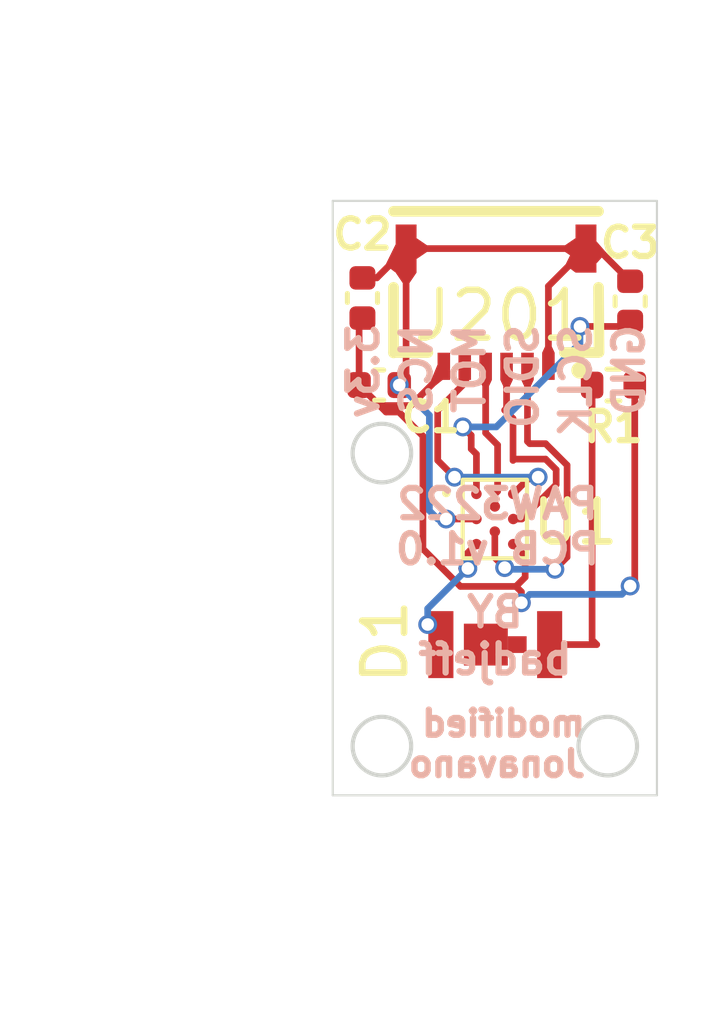
<source format=kicad_pcb>
(kicad_pcb (version 20241229) (generator "pcbnew") (generator_version "9.0")
  (layers (0 "F.Cu" signal) (2 "B.Cu" signal) (13 "F.Paste" user) (15 "B.Paste" user) (5 "F.SilkS" user "F.Silkscreen") (7 "B.SilkS" user "B.Silkscreen") (1 "F.Mask" user) (3 "B.Mask" user) (25 "Edge.Cuts" user))
  (net 0 "")
  (net 1 "GND")
  (net 2 "Net-(U1-VDDA)")
  (net 3 "Net-(D1-K)")
  (net 4 "Net-(D1-A)")
  (net 5 "SDIO")
  (net 6 "VCC 3.3V")
  (net 7 "NCS")
  (net 8 "MOTION")
  (net 9 "SCLK")
  (footprint "Capacitor_SMD:C_0402_1005Metric" (layer "F.Cu") (at 139.8 77.52 90)
    (property "Reference" "C2" (at 1.52 0 180) (layer "F.SilkS") (effects (font (size 0.7 0.7))))
    (property "Value" "10uF")
    (fp_line (start -0.107836 -0.36) (end 0.107836 -0.36) (stroke (width 0.12)) (layer "F.SilkS"))
    (fp_line (start -0.107836 0.36) (end 0.107836 0.36) (stroke (width 0.12)) (layer "F.SilkS"))
    (pad "1" smd roundrect (at -0.48 0 90) (size 0.56 0.62) (layers "F.Cu" "F.Mask" "F.Paste") (net 6 "VCC 3.3V"))
    (pad "2" smd roundrect (at 0.48 0 90) (size 0.56 0.62) (layers "F.Cu" "F.Mask" "F.Paste") (net 1 "GND"))
  )
  (footprint "Capacitor_SMD:C_0402_1005Metric" (layer "F.Cu") (at 146.2 77.6 90)
    (property "Reference" "C3" (at 1.4 0 180) (layer "F.SilkS") (effects (font (size 0.7 0.7))))
    (property "Value" "4.7uF")
    (fp_line (start -0.107836 -0.36) (end 0.107836 -0.36) (stroke (width 0.12)) (layer "F.SilkS"))
    (fp_line (start -0.107836 0.36) (end 0.107836 0.36) (stroke (width 0.12)) (layer "F.SilkS"))
    (pad "1" smd roundrect (at -0.48 0 90) (size 0.56 0.62) (layers "F.Cu" "F.Mask" "F.Paste") (net 2 "Net-(U1-VDDA)"))
    (pad "2" smd roundrect (at 0.48 0 90) (size 0.56 0.62) (layers "F.Cu" "F.Mask" "F.Paste") (net 1 "GND"))
  )
  (footprint "Resistor_SMD:R_0402_1005Metric" (layer "F.Cu") (at 145.8 79.6)
    (property "Reference" "R1" (at 0 1 180) (layer "F.SilkS") (effects (font (size 0.7 0.7))))
    (property "Value" "51R")
    (fp_line (start -0.153641 -0.38) (end 0.153641 -0.38) (stroke (width 0.12)) (layer "F.SilkS"))
    (fp_line (start -0.153641 0.38) (end 0.153641 0.38) (stroke (width 0.12)) (layer "F.SilkS"))
    (pad "1" smd roundrect (at -0.51 0) (size 0.54 0.64) (layers "F.Cu" "F.Mask" "F.Paste") (net 4 "Net-(D1-A)"))
    (pad "2" smd roundrect (at 0.51 0) (size 0.54 0.64) (layers "F.Cu" "F.Mask" "F.Paste") (net 6 "VCC 3.3V"))
  )
  (footprint "paw3222:LTE-C216-P-W" (layer "F.Cu") (at 142.975 85.8 90)
    (property "Reference" "D1" (at 0.07 -2.635 90) (layer "F.SilkS") (effects (font (thickness 0.16))))
    (property "Value" "IR LED LTE-C216-P-W")
    (fp_rect (start -0.5 -0.75) (end 0.5 0.3) (fill yes) (layer "F.Cu"))
    (fp_rect (start -0.2 0.3) (end 0.2 0.75) (fill yes) (layer "F.Cu"))
    (pad "1" smd rect (at 0 -1.3 90) (size 1.6 0.6) (layers "F.Cu" "F.Mask" "F.Paste") (net 3 "Net-(D1-K)"))
    (pad "2" smd rect (at 0 1.3 90) (size 1.6 0.6) (layers "F.Cu" "F.Mask" "F.Paste") (net 4 "Net-(D1-A)"))
  )
  (footprint "paw3222:PAW3222LU" (layer "F.Cu") (at 142.965 82.8)
    (property "Reference" "U1" (at 1.925 0.08 0) (layer "F.SilkS") (effects (font (thickness 0.16) (bold yes))))
    (property "Value" "PAW3220LU")
    (fp_rect (start -0.7683 -0.9378) (end 0.7683 0.9378) (stroke (width 0.1)) (fill no) (layer "F.SilkS"))
    (fp_circle (center -1.16 -0.62) (end -1.06 -0.62) (fill yes) (layer "F.SilkS"))
    (fp_circle (center -2.7 -1.575) (end -2 -1.575) (stroke (width 0.1)) (fill no) (layer "Edge.Cuts"))
    (fp_circle (center -2.7 5.425) (end -2 5.425) (stroke (width 0.1)) (fill no) (layer "Edge.Cuts"))
    (fp_circle (center 2.7 5.425) (end 3.4 5.425) (stroke (width 0.1)) (fill no) (layer "Edge.Cuts"))
    (pad "A1" smd circle (at -0.44 -0.6) (size 0.25 0.25) (layers "F.Cu" "F.Mask" "F.Paste") (net 2 "Net-(U1-VDDA)"))
    (pad "A3" smd circle (at 0.44 -0.6) (size 0.25 0.25) (layers "F.Cu" "F.Mask" "F.Paste") (net 7 "NCS"))
    (pad "B2" smd circle (at 0 -0.3) (size 0.25 0.25) (layers "F.Cu" "F.Mask" "F.Paste") (net 8 "MOTION"))
    (pad "C1" smd circle (at -0.44 0) (size 0.25 0.25) (layers "F.Cu" "F.Mask" "F.Paste") (net 1 "GND"))
    (pad "C3" smd circle (at 0.44 0) (size 0.25 0.25) (layers "F.Cu" "F.Mask" "F.Paste") (net 5 "SDIO"))
    (pad "D2" smd circle (at 0 0.3) (size 0.25 0.25) (layers "F.Cu" "F.Mask" "F.Paste") (net 9 "SCLK"))
    (pad "E1" smd circle (at -0.44 0.6) (size 0.25 0.25) (layers "F.Cu" "F.Mask" "F.Paste") (net 3 "Net-(D1-K)"))
    (pad "E3" smd circle (at 0.44 0.6) (size 0.25 0.25) (layers "F.Cu" "F.Mask" "F.Paste") (net 6 "VCC 3.3V"))
  )
  (footprint "Capacitor_SMD:C_0402_1005Metric" (layer "F.Cu") (at 140.2 79.6)
    (property "Reference" "C1" (at 1.2375 0.7625 0) (layer "F.SilkS") (effects (font (size 0.7 0.7))))
    (property "Value" "0.1uF")
    (fp_line (start -0.107836 -0.36) (end 0.107836 -0.36) (stroke (width 0.12)) (layer "F.SilkS"))
    (fp_line (start -0.107836 0.36) (end 0.107836 0.36) (stroke (width 0.12)) (layer "F.SilkS"))
    (pad "1" smd roundrect (at -0.48 0) (size 0.56 0.62) (layers "F.Cu" "F.Mask" "F.Paste") (net 6 "VCC 3.3V"))
    (pad "2" smd roundrect (at 0.48 0) (size 0.56 0.62) (layers "F.Cu" "F.Mask" "F.Paste") (net 1 "GND"))
  )
  (footprint "paw3222:GT-F0501SR10-06S1101" (layer "F.Cu") (at 142.9955 77.746 180)
    (property "Reference" "J201" (at 2.052 -0.2 0) (layer "F.SilkS") (effects (font (size 1.143 1.143) (thickness 0.152)) (justify left)))
    (property "Value" "Conn_01x06_MountingPin" (hide yes))
    (fp_line (start 2.452 -1.087) (end 2.452 0.48) (stroke (width 0.254)) (layer "F.SilkS"))
    (fp_line (start 1.631 -1.077) (end 2.452 -1.077) (stroke (width 0.254)) (layer "F.SilkS"))
    (fp_line (start -2.448 2.296) (end 2.452 2.296) (stroke (width 0.254)) (layer "F.SilkS"))
    (fp_line (start -2.448 -1.077) (end -1.631 -1.077) (stroke (width 0.254)) (layer "F.SilkS"))
    (fp_line (start -2.461 -1.074) (end -2.448 0.48) (stroke (width 0.254)) (layer "F.SilkS"))
    (fp_circle (center -1.998 -1.5) (end -1.898 -1.5) (stroke (width 0.2)) (fill no) (layer "F.SilkS"))
    (pad "1" smd rect (at -1.25 -1.406) (size 0.3 0.65) (layers "F.Cu" "F.Mask" "F.Paste") (net 1 "GND"))
    (pad "2" smd rect (at -0.75 -1.406) (size 0.3 0.65) (layers "F.Cu" "F.Mask" "F.Paste") (net 9 "SCLK"))
    (pad "3" smd rect (at -0.25 -1.406) (size 0.3 0.65) (layers "F.Cu" "F.Mask" "F.Paste") (net 5 "SDIO"))
    (pad "4" smd rect (at 0.25 -1.406) (size 0.3 0.65) (layers "F.Cu" "F.Mask" "F.Paste") (net 8 "MOTION"))
    (pad "5" smd rect (at 0.75 -1.406) (size 0.3 0.65) (layers "F.Cu" "F.Mask" "F.Paste") (net 7 "NCS"))
    (pad "6" smd rect (at 1.25 -1.406) (size 0.3 0.65) (layers "F.Cu" "F.Mask" "F.Paste") (net 6 "VCC 3.3V"))
    (pad "MP" smd rect (at -2.148 1.406) (size 0.5 1.15) (layers "F.Cu" "F.Mask" "F.Paste") (net 1 "GND"))
    (pad "MP" smd rect (at 2.152 1.406) (size 0.5 1.15) (layers "F.Cu" "F.Mask" "F.Paste") (net 1 "GND"))
  )
  (gr_line (start 139.09 89.4) (end 146.84 89.4) (stroke (width 0.05)) (layer "Edge.Cuts"))
  (gr_line (start 139.09 76.87) (end 139.09 75.2) (stroke (width 0.05)) (layer "Edge.Cuts"))
  (gr_line (start 146.84 76.87) (end 146.84 75.2) (stroke (width 0.05)) (layer "Edge.Cuts"))
  (gr_line (start 146.84 89.4) (end 146.84 76.87) (stroke (width 0.05)) (layer "Edge.Cuts"))
  (gr_line (start 139.09 76.87) (end 139.09 89.4) (stroke (width 0.05)) (layer "Edge.Cuts"))
  (gr_line (start 139.09 75.2) (end 146.84 75.2) (stroke (width 0.05)) (layer "Edge.Cuts"))
  (gr_text "modified\nJonavano" (at 145.2 89 0) (layer "B.SilkS") (effects (font (size 0.6 0.6)) (justify left bottom mirror)))
  (gr_text "GND" (at 146.58 78.08 90) (layer "B.SilkS") (effects (font (size 0.7 0.7) (thickness 0.15) (bold yes)) (justify left bottom mirror)))
  (gr_text "BY\nbadjeff" (at 142.971666 86.56 0) (layer "B.SilkS") (effects (font (size 0.7 0.7) (thickness 0.15) (bold yes)) (justify bottom mirror)))
  (gr_text "SDIO" (at 144.04 78.08 90) (layer "B.SilkS") (effects (font (size 0.7 0.7) (thickness 0.15) (bold yes)) (justify left bottom mirror)))
  (gr_text "PCB v1.0" (at 145.543333 83.93 0) (layer "B.SilkS") (effects (font (size 0.7 0.7) (thickness 0.15) (bold yes)) (justify left bottom mirror)))
  (gr_text "3.3v" (at 140.23 78.08 90) (layer "B.SilkS") (effects (font (size 0.7 0.7) (thickness 0.15) (bold yes)) (justify left bottom mirror)))
  (gr_text "SCLK" (at 145.31 78.08 90) (layer "B.SilkS") (effects (font (size 0.7 0.7) (thickness 0.15) (bold yes)) (justify left bottom mirror)))
  (gr_text "MOT" (at 142.77 78.08 90) (layer "B.SilkS") (effects (font (size 0.7 0.7) (thickness 0.15) (bold yes)) (justify left bottom mirror)))
  (gr_text "NCS" (at 141.5 78.08 90) (layer "B.SilkS") (effects (font (size 0.7 0.7) (thickness 0.15) (bold yes)) (justify left bottom mirror)))
  (gr_text "PAW3222" (at 145.51 82.85 0) (layer "B.SilkS") (effects (font (size 0.7 0.7) (thickness 0.15) (bold yes)) (justify left bottom mirror)))
  (segment (start 144.2455 79.152) (end 144.2455 77.238) (width 0.16) (layer "F.Cu") (net 1))
  (segment (start 140.8435 76.34) (end 140.8435 79.4365) (width 0.16) (layer "F.Cu") (net 1))
  (segment (start 145.1435 76.34) (end 145.42 76.34) (width 0.16) (layer "F.Cu") (net 1))
  (segment (start 144.2455 77.238) (end 145.1435 76.34) (width 0.16) (layer "F.Cu") (net 1))
  (segment (start 140.8435 79.4365) (end 140.68 79.6) (width 0.16) (layer "F.Cu") (net 1))
  (segment (start 140.8435 76.34) (end 145.1435 76.34) (width 0.16) (layer "F.Cu") (net 1))
  (segment (start 139.8 77.04) (end 140.1435 77.04) (width 0.16) (layer "F.Cu") (net 1))
  (segment (start 141.8 82.8) (end 142.525 82.8) (width 0.16) (layer "F.Cu") (net 1))
  (segment (start 145.42 76.34) (end 146.2 77.12) (width 0.16) (layer "F.Cu") (net 1))
  (segment (start 140.1435 77.04) (end 140.8435 76.34) (width 0.16) (layer "F.Cu") (net 1))
  (via (at 141.8 82.8) (size 0.45) (drill 0.3) (layers "F.Cu" "B.Cu") (net 1))
  (via (at 140.68 79.6) (size 0.45) (drill 0.3) (layers "F.Cu" "B.Cu") (net 1))
  (segment (start 141.4 82.6) (end 141.6 82.8) (width 0.16) (layer "B.Cu") (net 1))
  (segment (start 140.68 79.6) (end 141.4 80.32) (width 0.16) (layer "B.Cu") (net 1))
  (segment (start 141.4 80.32) (end 141.4 82.6) (width 0.16) (layer "B.Cu") (net 1))
  (segment (start 141.6 82.8) (end 141.8 82.8) (width 0.16) (layer "B.Cu") (net 1))
  (segment (start 142.4 80.8) (end 142.2 80.6) (width 0.16) (layer "F.Cu") (net 2))
  (segment (start 142.525 81.25) (end 142.4 81.125) (width 0.16) (layer "F.Cu") (net 2))
  (segment (start 146.08 78.2) (end 146.2 78.08) (width 0.16) (layer "F.Cu") (net 2))
  (segment (start 142.4 81.125) (end 142.4 80.8) (width 0.16) (layer "F.Cu") (net 2))
  (segment (start 145 78.2) (end 146.08 78.2) (width 0.16) (layer "F.Cu") (net 2))
  (segment (start 142.525 82.2) (end 142.525 81.25) (width 0.16) (layer "F.Cu") (net 2))
  (via (at 145 78.2) (size 0.45) (drill 0.3) (layers "F.Cu" "B.Cu") (net 2))
  (via (at 142.2 80.6) (size 0.45) (drill 0.3) (layers "F.Cu" "B.Cu") (net 2))
  (segment (start 143 80.6) (end 144.8375 78.7625) (width 0.16) (layer "B.Cu") (net 2))
  (segment (start 145 78.6) (end 145 78.2) (width 0.16) (layer "B.Cu") (net 2))
  (segment (start 142.2 80.6) (end 143 80.6) (width 0.16) (layer "B.Cu") (net 2))
  (segment (start 144.8 78.8) (end 145 78.6) (width 0.16) (layer "B.Cu") (net 2))
  (segment (start 142.32 83.605) (end 142.525 83.4) (width 0.16) (layer "F.Cu") (net 3))
  (segment (start 142.32 83.98) (end 142.32 83.605) (width 0.16) (layer "F.Cu") (net 3))
  (segment (start 142.32 83.98) (end 142.17 83.98) (width 0.16) (layer "F.Cu") (net 3))
  (segment (start 142.17 83.98) (end 142.25 83.9) (width 0.16) (layer "F.Cu") (net 3))
  (via (at 142.32 83.98) (size 0.45) (drill 0.3) (layers "F.Cu" "B.Cu") (net 3))
  (via (at 141.36 85.32) (size 0.45) (drill 0.3) (layers "F.Cu" "B.Cu") (net 3))
  (segment (start 141.36 84.94) (end 141.36 85.32) (width 0.16) (layer "B.Cu") (net 3))
  (segment (start 142.32 83.98) (end 141.36 84.94) (width 0.16) (layer "B.Cu") (net 3))
  (segment (start 145.29 85.69) (end 145.29 79.6) (width 0.16) (layer "F.Cu") (net 4))
  (segment (start 145.4 85.8) (end 145.29 85.69) (width 0.16) (layer "F.Cu") (net 4))
  (segment (start 144.275 85.8) (end 145.4 85.8) (width 0.16) (layer "F.Cu") (net 4))
  (segment (start 143.431 81.369) (end 143.4 81.4) (width 0.16) (layer "F.Cu") (net 5))
  (segment (start 144.431 81.978527) (end 144.431 81.621473) (width 0.16) (layer "F.Cu") (net 5))
  (segment (start 143.4 81.4) (end 143.4 80.4) (width 0.16) (layer "F.Cu") (net 5))
  (segment (start 144.431 81.621473) (end 144.178527 81.369) (width 0.16) (layer "F.Cu") (net 5))
  (segment (start 143.2 80.2) (end 143.2455 80.1545) (width 0.16) (layer "F.Cu") (net 5))
  (segment (start 143.405 82.8) (end 143.609527 82.8) (width 0.16) (layer "F.Cu") (net 5))
  (segment (start 143.609527 82.8) (end 144.431 81.978527) (width 0.16) (layer "F.Cu") (net 5))
  (segment (start 144.178527 81.369) (end 143.431 81.369) (width 0.16) (layer "F.Cu") (net 5))
  (segment (start 143.2455 80.1545) (end 143.2455 79.152) (width 0.16) (layer "F.Cu") (net 5))
  (segment (start 143.4 80.4) (end 143.2 80.2) (width 0.16) (layer "F.Cu") (net 5))
  (segment (start 140.211 80.091) (end 139.72 79.6) (width 0.16) (layer "F.Cu") (net 6))
  (segment (start 142.141888 84.41) (end 143.47 84.41) (width 0.16) (layer "F.Cu") (net 6))
  (segment (start 139.72 78.08) (end 139.8 78) (width 0.16) (layer "F.Cu") (net 6))
  (segment (start 143.6 84.54) (end 143.6 84.6) (width 0.16) (layer "F.Cu") (net 6))
  (segment (start 143.69 84.19) (end 143.69 83.685) (width 0.16) (layer "F.Cu") (net 6))
  (segment (start 139.72 79.6) (end 139.72 78.08) (width 0.16) (layer "F.Cu") (net 6))
  (segment (start 140.671344 80.244) (end 141.246 80.818656) (width 0.16) (layer "F.Cu") (net 6))
  (segment (start 143.47 84.41) (end 143.6 84.54) (width 0.16) (layer "F.Cu") (net 6))
  (segment (start 140.364 80.244) (end 140.671344 80.244) (width 0.16) (layer "F.Cu") (net 6))
  (segment (start 141.7455 79.302344) (end 140.956844 80.091) (width 0.16) (layer "F.Cu") (net 6))
  (segment (start 141.246 83.514112) (end 142.141888 84.41) (width 0.16) (layer "F.Cu") (net 6))
  (segment (start 143.47 84.41) (end 143.69 84.19) (width 0.16) (layer "F.Cu") (net 6))
  (segment (start 140.956844 80.091) (end 140.211 80.091) (width 0.16) (layer "F.Cu") (net 6))
  (segment (start 141.7455 79.152) (end 141.7455 79.302344) (width 0.16) (layer "F.Cu") (net 6))
  (segment (start 141.246 80.818656) (end 141.246 83.514112) (width 0.16) (layer "F.Cu") (net 6))
  (segment (start 146.2 84.4) (end 146.31 84.29) (width 0.16) (layer "F.Cu") (net 6))
  (segment (start 143.69 83.685) (end 143.405 83.4) (width 0.16) (layer "F.Cu") (net 6))
  (segment (start 139.72 79.6) (end 140.364 80.244) (width 0.16) (layer "F.Cu") (net 6))
  (segment (start 146.31 84.29) (end 146.31 79.6) (width 0.16) (layer "F.Cu") (net 6))
  (via (at 146.2 84.4) (size 0.45) (drill 0.3) (layers "F.Cu" "B.Cu") (net 6))
  (via (at 143.6 84.8) (size 0.45) (drill 0.3) (layers "F.Cu" "B.Cu") (net 6))
  (segment (start 146 84.6) (end 146.2 84.4) (width 0.16) (layer "B.Cu") (net 6))
  (segment (start 143.8 84.6) (end 146 84.6) (width 0.16) (layer "B.Cu") (net 6))
  (segment (start 143.6 84.8) (end 143.8 84.6) (width 0.16) (layer "B.Cu") (net 6))
  (segment (start 143.405 82.2) (end 143.42 82.2) (width 0.16) (layer "F.Cu") (net 7))
  (segment (start 142.2455 79.5545) (end 142.2455 79.152) (width 0.16) (layer "F.Cu") (net 7))
  (segment (start 142 81.8) (end 141.6 81.4) (width 0.16) (layer "F.Cu") (net 7))
  (segment (start 143.405 82.2) (end 143.805 81.8) (width 0.16) (layer "F.Cu") (net 7))
  (segment (start 141.6 80.2) (end 142.2455 79.5545) (width 0.16) (layer "F.Cu") (net 7))
  (segment (start 143.805 81.8) (end 144 81.8) (width 0.16) (layer "F.Cu") (net 7))
  (segment (start 141.6 81.4) (end 141.6 80.2) (width 0.16) (layer "F.Cu") (net 7))
  (via (at 142 81.8) (size 0.45) (drill 0.3) (layers "F.Cu" "B.Cu") (net 7))
  (via (at 144 81.8) (size 0.45) (drill 0.3) (layers "F.Cu" "B.Cu") (net 7))
  (segment (start 144 81.8) (end 142 81.8) (width 0.16) (layer "B.Cu") (net 7))
  (segment (start 143.031 82.139) (end 143.031 81.031) (width 0.16) (layer "F.Cu") (net 8))
  (segment (start 142.965 82.205) (end 143.031 82.139) (width 0.16) (layer "F.Cu") (net 8))
  (segment (start 142.7455 80.7455) (end 142.7455 79.152) (width 0.16) (layer "F.Cu") (net 8))
  (segment (start 142.965 82.5) (end 142.965 82.205) (width 0.16) (layer "F.Cu") (net 8))
  (segment (start 143.031 81.031) (end 142.7455 80.7455) (width 0.16) (layer "F.Cu") (net 8))
  (segment (start 143.7455 80.9455) (end 143.7455 79.152) (width 0.16) (layer "F.Cu") (net 9))
  (segment (start 143.8 81) (end 143.7455 80.9455) (width 0.16) (layer "F.Cu") (net 9))
  (segment (start 144.692 83.708) (end 144.692 81.513363) (width 0.16) (layer "F.Cu") (net 9))
  (segment (start 143.2 83.96) (end 142.965 83.725) (width 0.16) (layer "F.Cu") (net 9))
  (segment (start 144.178637 81) (end 143.8 81) (width 0.16) (layer "F.Cu") (net 9))
  (segment (start 142.965 83.725) (end 142.965 83.1) (width 0.16) (layer "F.Cu") (net 9))
  (segment (start 144.4 84) (end 144.692 83.708) (width 0.16) (layer "F.Cu") (net 9))
  (segment (start 144.692 81.513363) (end 144.178637 81) (width 0.16) (layer "F.Cu") (net 9))
  (via (at 143.2 83.96) (size 0.45) (drill 0.3) (layers "F.Cu" "B.Cu") (net 9))
  (via (at 144.4 84) (size 0.45) (drill 0.3) (layers "F.Cu" "B.Cu") (net 9))
  (segment (start 143.24 84) (end 144.4 84) (width 0.16) (layer "B.Cu") (net 9))
  (segment (start 143.2 83.96) (end 143.24 84) (width 0.16) (layer "B.Cu") (net 9))
  (segment (start 143.2 83.96) (end 143.19 83.96) (width 0.16) (layer "B.Cu") (net 9))
)
</source>
